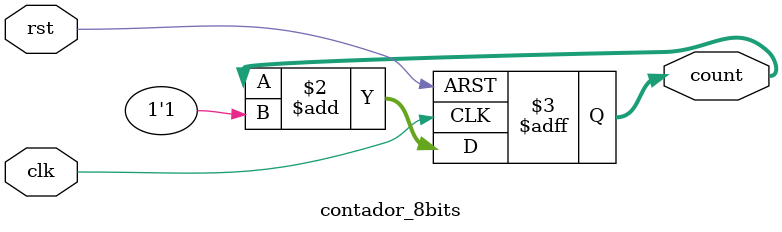
<source format=v>
module contador_8bits (
        input wire clk,        // Reloj
        input wire rst,        // Reset
        output reg [7:0] count // Salida del contador de 8 bits
    );

    always @(posedge clk or posedge rst) begin
        if (rst) begin
            count <= 8'b0;  // Si rst está activo, el contador se reinicia a 0
        end else begin
            count <= count + 1'b1;  // Incrementa el contador en cada ciclo de reloj
        end
    end
endmodule
</source>
